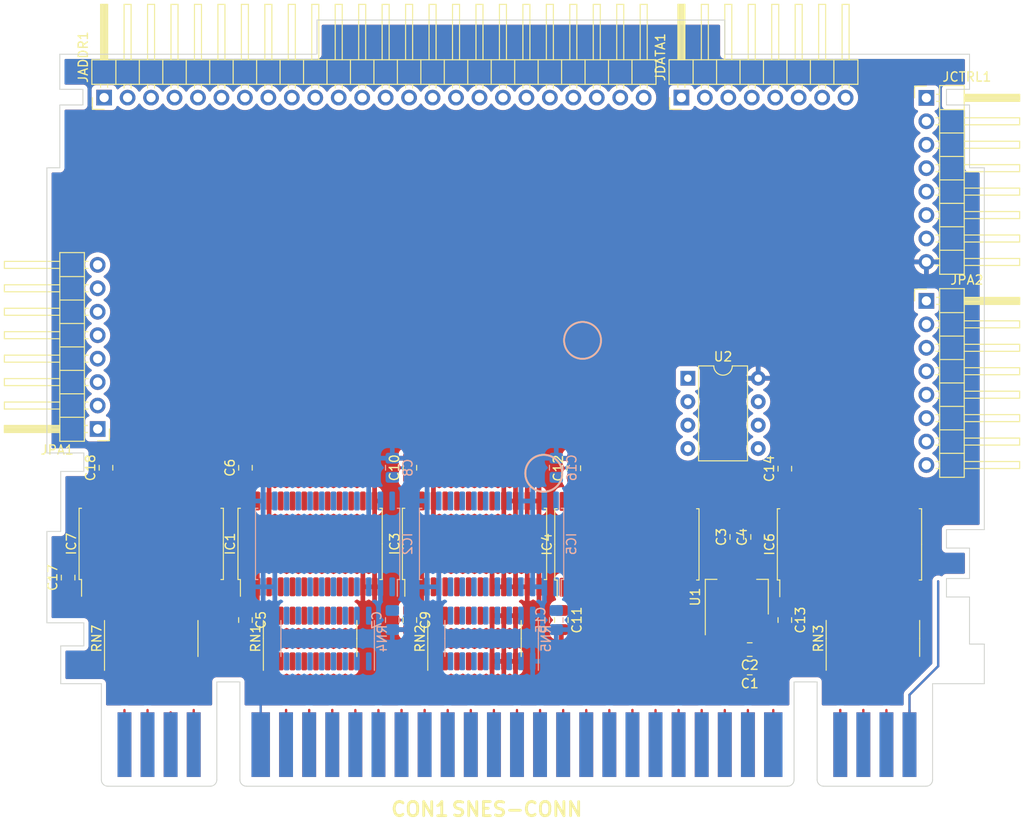
<source format=kicad_pcb>
(kicad_pcb (version 20211014) (generator pcbnew)
  (layers (0 "F.Cu" signal) (31 "B.Cu" signal) (34 "B.Paste" user) (35 "F.Paste" user) (36 "B.SilkS" user "B.Silkscreen") (37 "F.SilkS" user "F.Silkscreen") (38 "B.Mask" user) (39 "F.Mask" user) (44 "Edge.Cuts" user))
  (net 0 "")
  (net 1 "Net-(CON1-Pad14)")
  (net 2 "Net-(CON1-Pad15)")
  (net 3 "Net-(CON1-Pad16)")
  (net 4 "Net-(CON1-Pad17)")
  (net 5 "Net-(CON1-Pad23)")
  (net 6 "GND")
  (net 7 "A11")
  (net 8 "A10")
  (net 9 "A9")
  (net 10 "A8")
  (net 11 "A7")
  (net 12 "A6")
  (net 13 "A5")
  (net 14 "A4")
  (net 15 "A3")
  (net 16 "A2")
  (net 17 "A1")
  (net 18 "A0")
  (net 19 "D0")
  (net 20 "D1")
  (net 21 "D2")
  (net 22 "D3")
  (net 23 "VCC")
  (net 24 "A12")
  (net 25 "A13")
  (net 26 "A14")
  (net 27 "A15")
  (net 28 "A16")
  (net 29 "A17")
  (net 30 "A18")
  (net 31 "A19")
  (net 32 "A20")
  (net 33 "A21")
  (net 34 "A22")
  (net 35 "A23")
  (net 36 "D4")
  (net 37 "D5")
  (net 38 "D6")
  (net 39 "D7")
  (net 40 "Net-(CON1-Pad44)")
  (net 41 "Net-(CON1-Pad43)")
  (net 42 "Net-(CON1-Pad42)")
  (net 43 "Net-(CON1-Pad41)")
  (net 44 "Net-(CON1-Pad40)")
  (net 45 "Net-(CON1-Pad39)")
  (net 46 "Net-(CON1-Pad38)")
  (net 47 "Net-(CON1-Pad37)")
  (net 48 "Net-(CON1-Pad13)")
  (net 49 "Net-(CON1-Pad12)")
  (net 50 "Net-(CON1-Pad11)")
  (net 51 "Net-(CON1-Pad10)")
  (net 52 "Net-(CON1-Pad9)")
  (net 53 "Net-(CON1-Pad8)")
  (net 54 "Net-(CON1-Pad7)")
  (net 55 "Net-(CON1-Pad6)")
  (net 56 "Net-(CON1-Pad45)")
  (net 57 "Net-(CON1-Pad46)")
  (net 58 "Net-(CON1-Pad47)")
  (net 59 "Net-(CON1-Pad48)")
  (net 60 "Net-(CON1-Pad49)")
  (net 61 "Net-(CON1-Pad54)")
  (net 62 "Net-(CON1-Pad57)")
  (net 63 "~{IRQ}")
  (net 64 "~{RD}")
  (net 65 "CIC_OUT")
  (net 66 "CIC_RST")
  (net 67 "~{RESET}")
  (net 68 "PA0")
  (net 69 "PA2")
  (net 70 "PA4")
  (net 71 "~{CE}")
  (net 72 "PA5")
  (net 73 "PA3")
  (net 74 "PA1")
  (net 75 "CPU_CLK")
  (net 76 "CIC_CLK")
  (net 77 "CIC_IN")
  (net 78 "~{WR}")
  (net 79 "~{PAWR}")
  (net 80 "PA7")
  (net 81 "REFRESH")
  (net 82 "~{WRAM}")
  (net 83 "~{PARD}")
  (net 84 "PA6")
  (net 85 "EXPAND")
  (net 86 "CLK_21.477MHZ")
  (net 87 "3V3")
  (net 88 "EXT_A11")
  (net 89 "EXT_A10")
  (net 90 "EXT_A9")
  (net 91 "EXT_A8")
  (net 92 "EXT_A7")
  (net 93 "EXT_A6")
  (net 94 "EXT_A5")
  (net 95 "EXT_A4")
  (net 96 "EXT_A19")
  (net 97 "EXT_A18")
  (net 98 "EXT_A17")
  (net 99 "EXT_A16")
  (net 100 "EXT_A15")
  (net 101 "EXT_A14")
  (net 102 "EXT_A13")
  (net 103 "EXT_A12")
  (net 104 "EXT_A23")
  (net 105 "EXT_A22")
  (net 106 "EXT_A21")
  (net 107 "EXT_A20")
  (net 108 "EXT_A0")
  (net 109 "EXT_A1")
  (net 110 "EXT_A2")
  (net 111 "EXT_A3")
  (net 112 "DDIR")
  (net 113 "EXT_D7")
  (net 114 "EXT_D6")
  (net 115 "EXT_D5")
  (net 116 "EXT_D4")
  (net 117 "EXT_D3")
  (net 118 "EXT_D2")
  (net 119 "EXT_D1")
  (net 120 "EXT_D0")
  (net 121 "EXT_CPU_CLK")
  (net 122 "EXT_~{WR}")
  (net 123 "EXT_~{RD}")
  (net 124 "EXT_~{CE}")
  (net 125 "EXT_PA5")
  (net 126 "EXT_PA3")
  (net 127 "EXT_PA1")
  (net 128 "EXT_PA4")
  (net 129 "EXT_PA2")
  (net 130 "EXT_PA0")
  (net 131 "EXT_PA7")
  (net 132 "EXT_PA6")
  (net 133 "EXT_~{PAWR}")
  (net 134 "EXT_REFRESH")
  (net 135 "EXT_~{WRAM}")
  (net 136 "EXT_~{PARD}")
  (net 137 "EXT_EXPAND")
  (net 138 "EXT_CLK_21.477MHZ")
  (net 139 "AUDIO_L")
  (net 140 "AUDIO_R")
  (net 143 "C_CLK_21.477MHZ")
  (net 144 "C_EXPAND")
  (net 145 "C_PA6")
  (net 146 "C_~{PARD}")
  (net 147 "C_PA0")
  (net 148 "C_PA2")
  (net 149 "C_PA4")
  (net 150 "C_~{WRAM}")
  (net 151 "C_REFRESH")
  (net 152 "C_PA7")
  (net 153 "C_~{PAWR}")
  (net 154 "C_PA1")
  (net 155 "C_PA3")
  (net 156 "C_PA5")
  (footprint "Package_SO:SOIC-16_3.9x9.9mm_P1.27mm" (layer "F.Cu") (at 128.6 119 90)
    (fp_text reference "RN1")
    (fp_text value "R_Pack08" hide)
  )
  (footprint "Capacitor_SMD:C_0805_2012Metric_Pad1.18x1.45mm_HandSolder" (layer "F.Cu") (at 106.5 100.5 90)
    (fp_text reference "C18")
    (fp_text value "0.1uF")
  )
  (footprint "Capacitor_SMD:C_0805_2012Metric_Pad1.18x1.45mm_HandSolder" (layer "F.Cu") (at 139.4 117 -90)
    (fp_text reference "C9")
    (fp_text value "0.1uF")
  )
  (footprint "Package_SO:SOIC-16_3.9x9.9mm_P1.27mm" (layer "F.Cu") (at 146.4 119 90)
    (fp_text reference "RN2")
    (fp_text value "R_Pack08" hide)
  )
  (footprint "Package_SO:SOIC-24W_7.5x15.4mm_P1.27mm" (layer "F.Cu") (at 162.9 108.8 90)
    (fp_text reference "IC4")
    (fp_text value "SN74LVC4245A")
  )
  (footprint "Capacitor_SMD:C_0805_2012Metric_Pad1.18x1.45mm_HandSolder" (layer "F.Cu") (at 121.6 100.5 90)
    (fp_text reference "C6")
    (fp_text value "0.1uF")
  )
  (footprint "Capacitor_SMD:C_0805_2012Metric_Pad1.18x1.45mm_HandSolder" (layer "F.Cu") (at 155.8 117 -90)
    (fp_text reference "C11")
    (fp_text value "0.1uF")
  )
  (footprint "Connector_PinHeader_2.54mm:PinHeader_1x08_P2.54mm_Horizontal" (layer "F.Cu") (at 195.325 60.425)
    (fp_text reference "JCTRL1")
    (fp_text value "Conn_01x08")
  )
  (footprint "Connector_PinHeader_2.54mm:PinHeader_1x08_P2.54mm_Horizontal" (layer "F.Cu") (at 105.6 96.3 180)
    (fp_text reference "JPA1")
    (fp_text value "Conn_01x08")
  )
  (footprint "Package_SO:SOIC-16_3.9x9.9mm_P1.27mm" (layer "F.Cu") (at 111.4 119 90)
    (fp_text reference "RN7")
    (fp_text value "R_Pack08" hide)
  )
  (footprint "Capacitor_SMD:C_0805_2012Metric_Pad1.18x1.45mm_HandSolder" (layer "F.Cu") (at 176.2 122.2 180)
    (fp_text reference "C1")
    (fp_text value "10uF")
  )
  (footprint "sd2snes:SNESCART_EXT2_SMTUSB" (layer "F.Cu") (at 151 130)
    (fp_text reference "CON1")
    (fp_text value "SNES-CONN")
    (fp_line (start 29.99994 4.30022) (end 29.99994 -6.2992) (layer "Edge.Cuts") (width 0.1016))
    (fp_line (start 46.49978 -70.50024) (end 48.99914 -70.50024) (layer "Edge.Cuts") (width 0.1016))
    (fp_line (start -49.49952 -61.99886) (end -50.89906 -61.99886) (layer "Edge.Cuts") (width 0.1016))
    (fp_line (start -46.9011 -10.20064) (end -46.9011 -12.7) (layer "Edge.Cuts") (width 0.09906))
    (fp_line (start 33.20034 5.00126) (end 44.30014 5.00126) (layer "Edge.Cuts") (width 0.1016))
    (fp_line (start 29.99994 -6.2992) (end 32.4993 -6.2992) (layer "Edge.Cuts") (width 0.1016))
    (fp_line (start 46.49978 -22.79904) (end 46.49978 -20.80006) (layer "Edge.Cuts") (width 0.09906))
    (fp_line (start -47.00016 -70.50024) (end -47.00016 -68.80098) (layer "Edge.Cuts") (width 0.1016))
    (fp_line (start 46.49978 -15.49908) (end 46.49978 -17.5006) (layer "Edge.Cuts") (width 0.1016))
    (fp_line (start 32.4993 -6.2992) (end 32.4993 4.30022) (layer "Edge.Cuts") (width 0.1016))
    (fp_line (start -49.40046 -22.60092) (end -49.40046 -29.10078) (layer "Edge.Cuts") (width 0.09906))
    (fp_line (start -46.9011 -10.20064) (end -49.40046 -10.20064) (layer "Edge.Cuts") (width 0.1016))
    (fp_line (start -49.40046 -29.10078) (end -46.9011 -29.10078) (layer "Edge.Cuts") (width 0.09906))
    (fp_line (start -29.99994 4.30022) (end -29.99994 -6.2992) (layer "Edge.Cuts") (width 0.1016))
    (fp_line (start 21.89988 -78.00086) (end 22.49932 -78.00086) (layer "Edge.Cuts") (width 0.09906))
    (fp_line (start -29.2989 5.00126) (end 29.2989 5.00126) (layer "Edge.Cuts") (width 0.1016))
    (fp_line (start -49.49952 -70.50024) (end -47.00016 -70.50024) (layer "Edge.Cuts") (width 0.1016))
    (fp_line (start 50.59934 -10.39876) (end 48.99914 -10.39876) (layer "Edge.Cuts") (width 0.1016))
    (fp_line (start -45.00118 -6.10108) (end -45.00118 4.30022) (layer "Edge.Cuts") (width 0.09906))
    (fp_line (start -47.00016 -68.80098) (end -49.49952 -68.80098) (layer "Edge.Cuts") (width 0.1016))
    (fp_line (start 46.49978 -17.5006) (end 48.99914 -17.5006) (layer "Edge.Cuts") (width 0.09906))
    (fp_line (start 50.59934 -61.99886) (end 50.59934 -22.79904) (layer "Edge.Cuts") (width 0.09906))
    (fp_line (start -46.9011 -29.10078) (end -46.9011 -31.09976) (layer "Edge.Cuts") (width 0.09906))
    (fp_line (start 45.00118 -6.10108) (end 45.00118 4.30022) (layer "Edge.Cuts") (width 0.09906))
    (fp_line (start 22.49932 -74.30008) (end 22.49932 -78.00086) (layer "Edge.Cuts") (width 0.09906))
    (fp_line (start 46.49978 -20.80006) (end 48.99914 -20.80006) (layer "Edge.Cuts") (width 0.09906))
    (fp_line (start 45.00118 -6.10108) (end 50.59934 -6.10108) (layer "Edge.Cuts") (width 0.1016))
    (fp_line (start 48.99914 -10.39876) (end 48.99914 -15.49908) (layer "Edge.Cuts") (width 0.1016))
    (fp_line (start -50.89906 -22.60092) (end -49.40046 -22.60092) (layer "Edge.Cuts") (width 0.09906))
    (fp_line (start 48.99914 -61.99886) (end 50.59934 -61.99886) (layer "Edge.Cuts") (width 0.09906))
    (fp_line (start 48.99914 -68.80098) (end 48.99914 -61.99886) (layer "Edge.Cuts") (width 0.09906))
    (fp_line (start -21.65096 -78.00086) (end 21.89988 -78.00086) (layer "Edge.Cuts") (width 0.1016))
    (fp_line (start -50.89906 -12.7) (end -46.9011 -12.7) (layer "Edge.Cuts") (width 0.1016))
    (fp_line (start -33.20034 5.00126) (end -44.30014 5.00126) (layer "Edge.Cuts") (width 0.1016))
    (fp_line (start -32.4993 -6.2992) (end -32.4993 4.30022) (layer "Edge.Cuts") (width 0.1016))
    (fp_line (start -21.65096 -78.00086) (end -21.65096 -74.30008) (layer "Edge.Cuts") (width 0.09906))
    (fp_line (start 46.49978 -68.80098) (end 46.49978 -70.50024) (layer "Edge.Cuts") (width 0.1016))
    (fp_line (start -49.49952 -74.30008) (end -21.65096 -74.30008) (layer "Edge.Cuts") (width 0.1016))
    (fp_line (start -49.49952 -74.30008) (end -49.49952 -70.50024) (layer "Edge.Cuts") (width 0.09906))
    (fp_line (start 50.59934 -22.79904) (end 46.49978 -22.79904) (layer "Edge.Cuts") (width 0.09906))
    (fp_line (start 48.99914 -68.80098) (end 46.49978 -68.80098) (layer "Edge.Cuts") (width 0.1016))
    (fp_line (start -49.40046 -6.10108) (end -49.40046 -10.20064) (layer "Edge.Cuts") (width 0.09906))
    (fp_line (start -49.49952 -68.80098) (end -49.49952 -61.99886) (layer "Edge.Cuts") (width 0.09906))
    (fp_line (start -49.40046 -6.10108) (end -45.00118 -6.10108) (layer "Edge.Cuts") (width 0.1016))
    (fp_line (start -46.9011 -31.09976) (end -50.89906 -31.09976) (layer "Edge.Cuts") (width 0.09906))
    (fp_line (start 22.49932 -74.30008) (end 48.99914 -74.30008) (layer "Edge.Cuts") (width 0.09906))
    (fp_line (start -50.89906 -61.99886) (end -50.89906 -31.09976) (layer "Edge.Cuts") (width 0.09906))
    (fp_line (start -50.89906 -12.7) (end -50.89906 -22.60092) (layer "Edge.Cuts") (width 0.09906))
    (fp_line (start -29.99994 -6.2992) (end -32.4993 -6.2992) (layer "Edge.Cuts") (width 0.1016))
    (fp_line (start 50.59934 -10.39876) (end 50.59934 -6.10108) (layer "Edge.Cuts") (width 0.09906))
    (fp_line (start 48.99914 -74.30008) (end 48.99914 -70.50024) (layer "Edge.Cuts") (width 0.09906))
    (fp_line (start 48.99914 -20.80006) (end 48.99914 -17.5006) (layer "Edge.Cuts") (width 0.09906))
    (fp_line (start 48.99914 -15.49908) (end 46.49978 -15.49908) (layer "Edge.Cuts") (width 0.1016))
    (fp_arc (start 29.99994 4.30022) (mid 29.794603 4.795917) (end 29.2989 5.00126) (layer "Edge.Cuts") (width 0.09906))
    (fp_arc (start 33.20034 5.00126) (mid 32.704597 4.795945) (end 32.4993 4.30022) (layer "Edge.Cuts") (width 0.09906))
    (fp_arc (start -32.4993 4.30022) (mid -32.70463 4.79593) (end -33.20034 5.00126) (layer "Edge.Cuts") (width 0.09906))
    (fp_arc (start 45.00118 4.30022) (mid 44.795845 4.795931) (end 44.30014 5.00126) (layer "Edge.Cuts") (width 0.09906))
    (fp_arc (start -29.2989 5.00126) (mid -29.79461 4.79593) (end -29.99994 4.30022) (layer "Edge.Cuts") (width 0.09906))
    (fp_arc (start -44.30014 5.00126) (mid -44.79585 4.79593) (end -45.00118 4.30022) (layer "Edge.Cuts") (width 0.09906))
  )
  (footprint "Package_SO:SOIC-24W_7.5x15.4mm_P1.27mm" (layer "F.Cu") (at 128.6 108.75 90)
    (fp_text reference "IC1")
    (fp_text value "SN74LVC4245A")
  )
  (footprint "Connector_PinHeader_2.54mm:PinHeader_1x24_P2.54mm_Horizontal" (layer "F.Cu") (at 106.3 60.4 90)
    (fp_text reference "JADDR1")
    (fp_text value "Conn_01x24")
  )
  (footprint "Package_SO:SOIC-16_3.9x9.9mm_P1.27mm" (layer "F.Cu") (at 189.538193 118.990389 90)
    (fp_text reference "RN3")
    (fp_text value "R_Pack08" hide)
  )
  (footprint "Capacitor_SMD:C_0805_2012Metric_Pad1.18x1.45mm_HandSolder" (layer "F.Cu") (at 139.4 100.5 90)
    (fp_text reference "C10")
    (fp_text value "0.1uF")
  )
  (footprint "Capacitor_SMD:C_0805_2012Metric_Pad1.18x1.45mm_HandSolder" (layer "F.Cu") (at 157.15 100.55 90)
    (fp_text reference "C12")
    (fp_text value "0.1uF")
  )
  (footprint "Package_DIP:DIP-8_W7.62mm" (layer "F.Cu") (at 169.5 90.8)
    (fp_text reference "U2")
    (fp_text value "PIC12F629-ISN")
  )
  (footprint "Capacitor_SMD:C_0805_2012Metric_Pad1.18x1.45mm_HandSolder" (layer "F.Cu") (at 180 100.6 90)
    (fp_text reference "C14")
    (fp_text value "0.1uF")
  )
  (footprint "Capacitor_SMD:C_0805_2012Metric_Pad1.18x1.45mm_HandSolder" (layer "F.Cu") (at 121.6 117 -90)
    (fp_text reference "C5")
    (fp_text value "0.1uF")
  )
  (footprint "Capacitor_SMD:C_0805_2012Metric_Pad1.18x1.45mm_HandSolder" (layer "F.Cu") (at 176.2 120.2 180)
    (fp_text reference "C2")
    (fp_text value "0.1uF")
  )
  (footprint "Package_TO_SOT_SMD:SOT-223-3_TabPin2" (layer "F.Cu") (at 174.8 114.5 90)
    (fp_text reference "U1")
    (fp_text value "AMS1117-3.3")
  )
  (footprint "Connector_PinHeader_2.54mm:PinHeader_1x08_P2.54mm_Horizontal" (layer "F.Cu") (at 168.8 60.4 90)
    (fp_text reference "JDATA1")
    (fp_text value "Conn_01x08")
  )
  (footprint "Package_SO:SOIC-24W_7.5x15.4mm_P1.27mm" (layer "F.Cu") (at 146.4 108.75 90)
    (fp_text reference "IC3")
    (fp_text value "SN74LVC4245A")
  )
  (footprint "Connector_PinHeader_2.54mm:PinHeader_1x08_P2.54mm_Horizontal" (layer "F.Cu") (at 195.325 82.425)
    (fp_text reference "JPA2")
    (fp_text value "Conn_01x08")
  )
  (footprint "Capacitor_SMD:C_0805_2012Metric_Pad1.18x1.45mm_HandSolder" (layer "F.Cu") (at 174.8 108 90)
    (fp_text reference "C3")
    (fp_text value "10uF")
  )
  (footprint "Capacitor_SMD:C_0805_2012Metric_Pad1.18x1.45mm_HandSolder" (layer "F.Cu") (at 102.4 112.4 90)
    (fp_text reference "C17")
    (fp_text value "0.1uF")
  )
  (footprint "Package_SO:SOIC-24W_7.5x15.4mm_P1.27mm" (layer "F.Cu") (at 111.4 108.75 90)
    (fp_text reference "IC7")
    (fp_text value "SN74LVC4245A")
  )
  (footprint "Capacitor_SMD:C_0805_2012Metric_Pad1.18x1.45mm_HandSolder" (layer "F.Cu") (at 177.05 108 90)
    (fp_text reference "C4")
    (fp_text value "0.1uF")
  )
  (footprint "Package_SO:SOIC-24W_7.5x15.4mm_P1.27mm" (layer "F.Cu") (at 187 108.8 90)
    (fp_text reference "IC6")
    (fp_text value "SN74LVC4245A")
  )
  (footprint "Capacitor_SMD:C_0805_2012Metric_Pad1.18x1.45mm_HandSolder" (layer "F.Cu") (at 180 117 -90)
    (fp_text reference "C13")
    (fp_text value "0.1uF")
  )
  (footprint "Capacitor_SMD:C_0805_2012Metric_Pad1.18x1.45mm_HandSolder" (layer "B.Cu") (at 155.25 100.5 90)
    (fp_text reference "C16")
    (fp_text value "0.1uF")
  )
  (footprint "Package_SO:SOIC-24W_7.5x15.4mm_P1.27mm" (layer "B.Cu") (at 148.25 108.75 90)
    (fp_text reference "IC5")
    (fp_text value "SN74LVC4245A")
  )
  (footprint "Capacitor_SMD:C_0805_2012Metric_Pad1.18x1.45mm_HandSolder" (layer "B.Cu") (at 137.5 117 -90)
    (fp_text reference "C7")
    (fp_text value "0.1uF")
  )
  (footprint "Package_SO:SOIC-16_3.9x9.9mm_P1.27mm" (layer "B.Cu") (at 148.253456 118.99118 90)
    (fp_text reference "RN5")
    (fp_text value "R_Pack08" hide)
  )
  (footprint "Package_SO:SOIC-24W_7.5x15.4mm_P1.27mm" (layer "B.Cu") (at 130.5 108.75 90)
    (fp_text reference "IC2")
    (fp_text value "SN74LVC4245A")
  )
  (footprint "Capacitor_SMD:C_0805_2012Metric_Pad1.18x1.45mm_HandSolder" (layer "B.Cu") (at 155.25 117 -90)
    (fp_text reference "C15")
    (fp_text value "0.1uF")
  )
  (footprint "Package_SO:SOIC-16_3.9x9.9mm_P1.27mm" (layer "B.Cu") (at 130.5 119 90)
    (fp_text reference "RN4")
    (fp_text value "R_Pack08" hide)
  )
  (footprint "Capacitor_SMD:C_0805_2012Metric_Pad1.18x1.45mm_HandSolder" (layer "B.Cu") (at 137.5 100.5 90)
    (fp_text reference "C8")
    (fp_text value "0.1uF")
  )
  (segment (start 145.99874 130.50038) (end 145.99874 126.75126) (width 0.25) (layer "F.Cu") (net 1))
  (segment (start 148.50064 130.50038) (end 148.50064 126.75064) (width 0.25) (layer "F.Cu") (net 2))
  (segment (start 151 130.50038) (end 151 126.75) (width 0.25) (layer "F.Cu") (net 3))
  (segment (start 153.49936 130.50038) (end 153.49936 126.75064) (width 0.25) (layer "F.Cu") (net 4))
  (segment (start 168.5006 130.50038) (end 168.5006 126.7506) (width 0.25) (layer "F.Cu") (net 5))
  (segment (start 168.5006 126.7506) (end 168.5 126.75) (width 0.25) (layer "F.Cu") (net 5))
  (segment (start 123.2505 130.50038) (end 123.2505 126.2505) (width 0.25) (layer "F.Cu") (net 6))
  (segment (start 123.2505 126.2505) (end 123.25 126.25) (width 0.25) (layer "F.Cu") (net 6))
  (segment (start 123.2505 130.50038) (end 123.2505 126.2505) (width 0.25) (layer "B.Cu") (net 6))
  (segment (start 123.2505 126.2505) (end 123.2 126.2) (width 0.25) (layer "B.Cu") (net 6))
  (segment (start 158.50062 130.50038) (end 158.50062 126.75062) (width 0.25) (layer "F.Cu") (net 19))
  (segment (start 160.99998 130.50038) (end 160.99998 126.75002) (width 0.25) (layer "F.Cu") (net 20))
  (segment (start 163.49934 126.75066) (end 163.5 126.75) (width 0.25) (layer "F.Cu") (net 21))
  (segment (start 163.49934 130.50038) (end 163.49934 126.75066) (width 0.25) (layer "F.Cu") (net 21))
  (segment (start 166.00124 130.50038) (end 166.00124 126.75124) (width 0.25) (layer "F.Cu") (net 22))
  (segment (start 178.7495 130.50038) (end 178.7495 126.7505) (width 0.25) (layer "F.Cu") (net 23))
  (segment (start 143.49938 130.50038) (end 143.49938 126.75062) (width 0.25) (layer "F.Cu") (net 48))
  (segment (start 141.00002 130.50038) (end 141.00002 126.75002) (width 0.25) (layer "F.Cu") (net 49))
  (segment (start 141.00002 126.75002) (end 141 126.75) (width 0.25) (layer "F.Cu") (net 49))
  (segment (start 138.50066 126.75066) (end 138.5 126.75) (width 0.25) (layer "F.Cu") (net 50))
  (segment (start 138.50066 130.50038) (end 138.50066 126.75066) (width 0.25) (layer "F.Cu") (net 50))
  (segment (start 135.99876 130.50038) (end 135.99876 126.75124) (width 0.25) (layer "F.Cu") (net 51))
  (segment (start 133.4994 130.50038) (end 133.4994 126.7506) (width 0.25) (layer "F.Cu") (net 52))
  (segment (start 131.00004 126.75004) (end 131 126.75) (width 0.25) (layer "F.Cu") (net 53))
  (segment (start 131.00004 130.50038) (end 131.00004 126.75004) (width 0.25) (layer "F.Cu") (net 53))
  (segment (start 128.50068 126.75068) (end 128.5 126.75) (width 0.25) (layer "F.Cu") (net 54))
  (segment (start 128.50068 130.50038) (end 128.50068 126.75068) (width 0.25) (layer "F.Cu") (net 54))
  (segment (start 125.99878 130.50038) (end 125.99878 126.75122) (width 0.25) (layer "F.Cu") (net 55))
  (segment (start 125.99878 126.75122) (end 126 126.75) (width 0.25) (layer "F.Cu") (net 55))
  (segment (start 156.00126 130.50038) (end 156.00126 126.75126) (width 0.25) (layer "F.Cu") (net 63))
  (segment (start 170.99996 130.50038) (end 170.99996 126.75004) (width 0.25) (layer "F.Cu") (net 65))
  (segment (start 173.49932 130.50038) (end 173.49932 126.75068) (width 0.25) (layer "F.Cu") (net 66))
  (segment (start 176.00122 130.50038) (end 176.00122 126.75122) (width 0.25) (layer "F.Cu") (net 67))
  (segment (start 193.49928 130.50038) (end 193.49928 125.10072) (width 0.25) (layer "F.Cu") (net 139))
  (segment (start 193.49928 125.10072) (end 196.6 122) (width 0.25) (layer "F.Cu") (net 139))
  (segment (start 196.6 122) (end 196.6 112.8) (width 0.25) (layer "F.Cu") (net 139))
  (segment (start 193.49928 130.50038) (end 193.49928 126.75072) (width 0.25) (layer "F.Cu") (net 139))
  (segment (start 196.6 122) (end 196.6 112.8) (width 0.25) (layer "B.Cu") (net 140))
  (segment (start 193.49928 130.50038) (end 193.49928 125.10072) (width 0.25) (layer "B.Cu") (net 140))
  (segment (start 193.49928 125.10072) (end 196.6 122) (width 0.25) (layer "B.Cu") (net 140))
  (segment (start 108.50072 130.50038) (end 108.50072 126.75072) (width 0.25) (layer "F.Cu") (net 143))
  (segment (start 111.00008 130.50038) (end 111.00008 126.75008) (width 0.25) (layer "F.Cu") (net 144))
  (segment (start 113.49944 130.50038) (end 113.49944 126.99944) (width 0.25) (layer "F.Cu") (net 145))
  (segment (start 115.9988 130.50038) (end 115.9988 126.7488) (width 0.25) (layer "F.Cu") (net 146))
  (segment (start 186.0012 126.7512) (end 186 126.75) (width 0.25) (layer "F.Cu") (net 147))
  (segment (start 186.0012 130.50038) (end 186.0012 126.7512) (width 0.25) (layer "F.Cu") (net 147))
  (segment (start 188.50056 126.75056) (end 188.5 126.75) (width 0.25) (layer "F.Cu") (net 148))
  (segment (start 188.50056 130.50038) (end 188.50056 126.75056) (width 0.25) (layer "F.Cu") (net 148))
  (segment (start 190.99992 130.50038) (end 190.99992 126.75008) (width 0.25) (layer "F.Cu") (net 149))
  (segment (start 116 130.49918) (end 115.9988 130.50038) (width 0.25) (layer "B.Cu") (net 153))
  (zone (net 6) (net_name "GND") (layers F&B.Cu) (connect_pads (clearance 0.508)) (min_thickness 0.254) (fill yes (thermal_gap 0.508) (thermal_bridge_width 0.508))
    (polygon (pts (xy 201.65 126.25) (xy 100 126.25) (xy 100 51.75) (xy 201.65 51.75)))
  )
)
</source>
